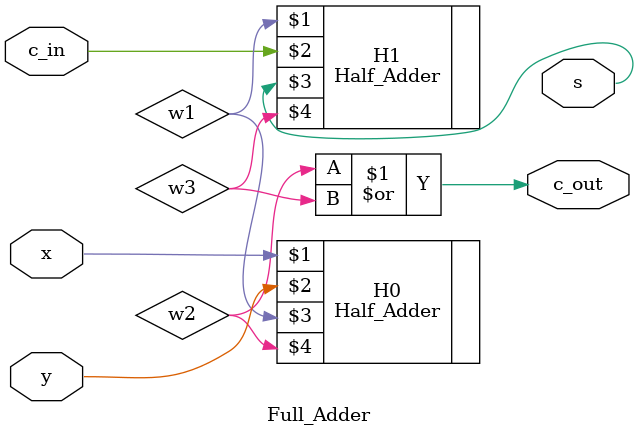
<source format=v>
`timescale 1ns / 1ps


module Full_Adder(
input x,y,c_in,
output s,c_out
    );
    wire w1,w2,w3;
    Half_Adder H0 (x,y,w1,w2);
    Half_Adder H1 (w1,c_in,s,w3);
    assign c_out = w2 | w3;
endmodule

</source>
